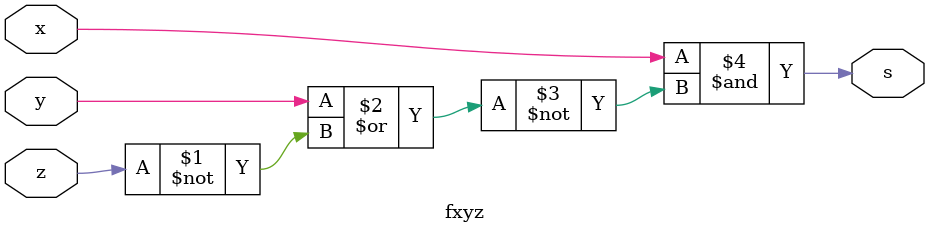
<source format=v>
module fxyz (output s,
input x, y, z);
assign s = x & ~(y | ~z);
endmodule // fxyz


</source>
